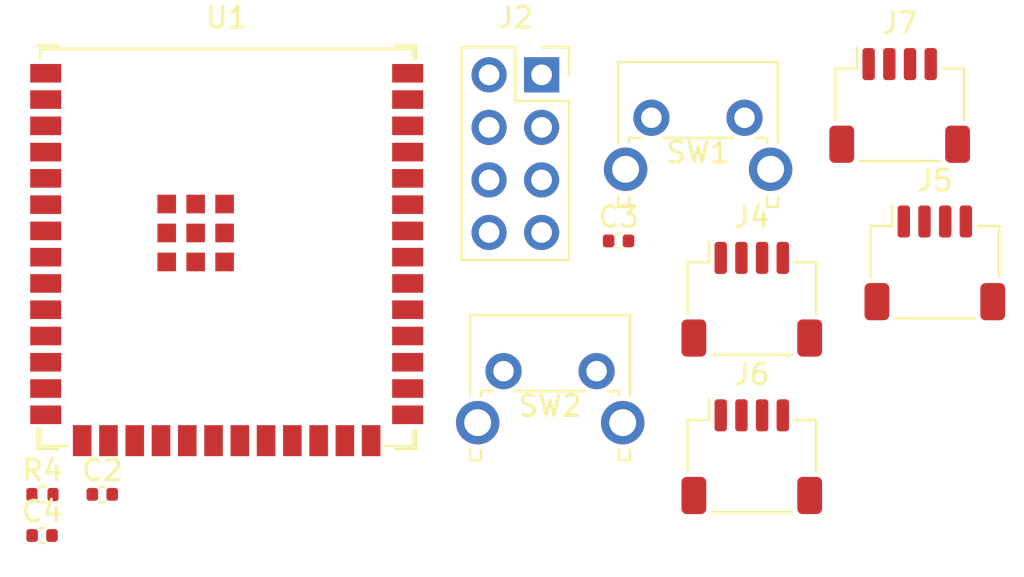
<source format=kicad_pcb>
(kicad_pcb (version 20211014) (generator pcbnew)
  (layers (0 "F.Cu" signal) (31 "B.Cu" signal) (34 "B.Paste" user) (35 "F.Paste" user) (36 "B.SilkS" user "B.Silkscreen") (37 "F.SilkS" user "F.Silkscreen") (38 "B.Mask" user) (39 "F.Mask" user) (44 "Edge.Cuts" user))
  (net 0 "")
  (net 3 "+3.3V")
  (net 4 "GND")
  (net 5 "EN")
  (net 14 "USB-D+")
  (net 15 "USB-D-")
  (net 19 "SWDIO")
  (net 20 "SWDCLK")
  (net 21 "SWO")
  (net 22 "SWI")
  (net 43 "SCL")
  (net 44 "SDA")
  (net 52 "GPIO0")
  (footprint "Connector_JST:JST_SH_SM04B-SRSS-TB_1x04-1MP_P1.00mm_Horizontal" (layer "F.Cu") (at 175.15 109.51)
    (fp_text reference "J5" (at 0 -3.98) (layer "F.SilkS"))
    (fp_text value "RGB PANEL")
    (fp_line (start -2.06 -1.785) (end -2.06 -2.775) (layer "F.SilkS") (width 0.12))
    (fp_line (start -3.11 0.715) (end -3.11 -1.785) (layer "F.SilkS") (width 0.12))
    (fp_line (start 3.11 0.715) (end 3.11 -1.785) (layer "F.SilkS") (width 0.12))
    (fp_line (start -1.94 2.685) (end 1.94 2.685) (layer "F.SilkS") (width 0.12))
    (fp_line (start 3.11 -1.785) (end 2.06 -1.785) (layer "F.SilkS") (width 0.12))
    (fp_line (start -3.11 -1.785) (end -2.06 -1.785) (layer "F.SilkS") (width 0.12))
    (pad "1" smd roundrect (at -1.5 -2) (size 0.6 1.55) (layers "F.Cu" "F.Paste" "F.Mask"))
    (pad "2" smd roundrect (at -0.5 -2) (size 0.6 1.55) (layers "F.Cu" "F.Paste" "F.Mask"))
    (pad "3" smd roundrect (at 0.5 -2) (size 0.6 1.55) (layers "F.Cu" "F.Paste" "F.Mask"))
    (pad "4" smd roundrect (at 1.5 -2) (size 0.6 1.55) (layers "F.Cu" "F.Paste" "F.Mask"))
    (pad "MP" smd roundrect (at -2.8 1.875) (size 1.2 1.8) (layers "F.Cu" "F.Paste" "F.Mask") (roundrect_rratio 0.208333) (net 4 "GND"))
    (pad "MP" smd roundrect (at 2.8 1.875) (size 1.2 1.8) (layers "F.Cu" "F.Paste" "F.Mask") (roundrect_rratio 0.208333) (net 4 "GND"))
  )
  (footprint "Resistor_SMD:R_0402_1005Metric" (layer "F.Cu") (at 132.01 120.71)
    (fp_text reference "R4" (at 0 -1.17) (layer "F.SilkS"))
    (fp_text value "100K")
    (fp_line (start -0.153641 -0.38) (end 0.153641 -0.38) (layer "F.SilkS") (width 0.12))
    (fp_line (start -0.153641 0.38) (end 0.153641 0.38) (layer "F.SilkS") (width 0.12))
    (pad "1" smd roundrect (at -0.51 0) (size 0.54 0.64) (layers "F.Cu" "F.Paste" "F.Mask") (net 5 "EN"))
    (pad "2" smd roundrect (at 0.51 0) (size 0.54 0.64) (layers "F.Cu" "F.Paste" "F.Mask") (net 3 "+3.3V"))
  )
  (footprint "Espressif:ESP32-S3-WROOM-1U" (layer "F.Cu") (at 140.915 108.605)
    (fp_text reference "U1" (at 0 -10.95) (layer "F.SilkS"))
    (fp_text value "ESP32-S3-WROOM-1")
    (fp_line (start -9.15 9.9) (end -8.15 9.9) (layer "F.SilkS") (width 0.12))
    (fp_line (start 9 9) (end 9 9.75) (layer "F.SilkS") (width 0.12))
    (fp_line (start 9.15 9.9) (end 8.15 9.9) (layer "F.SilkS") (width 0.12))
    (fp_line (start -9.15 9.9) (end -9.15 8.9) (layer "F.SilkS") (width 0.12))
    (fp_line (start 9.15 -8.95) (end 9.15 -9.6) (layer "F.SilkS") (width 0.12))
    (fp_line (start 9.15 9) (end 9.15 9.9) (layer "F.SilkS") (width 0.12))
    (fp_line (start 9 9.75) (end 7.65 9.75) (layer "F.SilkS") (width 0.12))
    (fp_line (start 9.15 -9.6) (end 8.15 -9.6) (layer "F.SilkS") (width 0.12))
    (fp_line (start -9 -9.45) (end -9 -8.95) (layer "F.SilkS") (width 0.12))
    (fp_line (start -9 9.75) (end -7.7 9.75) (layer "F.SilkS") (width 0.12))
    (fp_line (start -9.2 -9.6) (end -8.1 -9.6) (layer "F.SilkS") (width 0.12))
    (fp_line (start 9 -9.45) (end -9 -9.45) (layer "F.SilkS") (width 0.12))
    (fp_line (start -9 8.9) (end -9 9.75) (layer "F.SilkS") (width 0.12))
    (fp_line (start 9 -9.45) (end 9 -8.95) (layer "F.SilkS") (width 0.12))
    (pad "1" smd rect (at -8.75 -8.26) (size 1.5 0.9) (layers "F.Cu" "F.Paste" "F.Mask") (net 4 "GND"))
    (pad "2" smd rect (at -8.75 -6.99) (size 1.5 0.9) (layers "F.Cu" "F.Paste" "F.Mask") (net 3 "+3.3V"))
    (pad "3" smd rect (at -8.75 -5.72) (size 1.5 0.9) (layers "F.Cu" "F.Paste" "F.Mask") (net 5 "EN"))
    (pad "4" smd rect (at -8.75 -4.45) (size 1.5 0.9) (layers "F.Cu" "F.Paste" "F.Mask"))
    (pad "5" smd rect (at -8.75 -3.18) (size 1.5 0.9) (layers "F.Cu" "F.Paste" "F.Mask"))
    (pad "6" smd rect (at -8.75 -1.91) (size 1.5 0.9) (layers "F.Cu" "F.Paste" "F.Mask"))
    (pad "7" smd rect (at -8.75 -0.64) (size 1.5 0.9) (layers "F.Cu" "F.Paste" "F.Mask"))
    (pad "8" smd rect (at -8.75 0.63) (size 1.5 0.9) (layers "F.Cu" "F.Paste" "F.Mask"))
    (pad "9" smd rect (at -8.75 1.9) (size 1.5 0.9) (layers "F.Cu" "F.Paste" "F.Mask"))
    (pad "10" smd rect (at -8.75 3.17) (size 1.5 0.9) (layers "F.Cu" "F.Paste" "F.Mask"))
    (pad "11" smd rect (at -8.75 4.44) (size 1.5 0.9) (layers "F.Cu" "F.Paste" "F.Mask"))
    (pad "12" smd rect (at -8.75 5.71) (size 1.5 0.9) (layers "F.Cu" "F.Paste" "F.Mask") (net 44 "SDA"))
    (pad "13" smd rect (at -8.75 6.98) (size 1.5 0.9) (layers "F.Cu" "F.Paste" "F.Mask") (net 15 "USB-D-"))
    (pad "14" smd rect (at -8.75 8.25) (size 1.5 0.9) (layers "F.Cu" "F.Paste" "F.Mask") (net 14 "USB-D+"))
    (pad "15" smd rect (at -6.985 9.5 90) (size 1.5 0.9) (layers "F.Cu" "F.Paste" "F.Mask"))
    (pad "16" smd rect (at -5.715 9.5 90) (size 1.5 0.9) (layers "F.Cu" "F.Paste" "F.Mask"))
    (pad "17" smd rect (at -4.445 9.5 90) (size 1.5 0.9) (layers "F.Cu" "F.Paste" "F.Mask") (net 43 "SCL"))
    (pad "18" smd rect (at -3.175 9.5 90) (size 1.5 0.9) (layers "F.Cu" "F.Paste" "F.Mask"))
    (pad "19" smd rect (at -1.905 9.5 90) (size 1.5 0.9) (layers "F.Cu" "F.Paste" "F.Mask"))
    (pad "20" smd rect (at -0.635 9.5 90) (size 1.5 0.9) (layers "F.Cu" "F.Paste" "F.Mask"))
    (pad "21" smd rect (at 0.635 9.5 90) (size 1.5 0.9) (layers "F.Cu" "F.Paste" "F.Mask"))
    (pad "22" smd rect (at 1.905 9.5 90) (size 1.5 0.9) (layers "F.Cu" "F.Paste" "F.Mask"))
    (pad "23" smd rect (at 3.175 9.5 90) (size 1.5 0.9) (layers "F.Cu" "F.Paste" "F.Mask"))
    (pad "24" smd rect (at 4.445 9.5 90) (size 1.5 0.9) (layers "F.Cu" "F.Paste" "F.Mask"))
    (pad "25" smd rect (at 5.715 9.5 90) (size 1.5 0.9) (layers "F.Cu" "F.Paste" "F.Mask"))
    (pad "26" smd rect (at 6.985 9.5 90) (size 1.5 0.9) (layers "F.Cu" "F.Paste" "F.Mask"))
    (pad "27" smd rect (at 8.75 8.25 180) (size 1.5 0.9) (layers "F.Cu" "F.Paste" "F.Mask") (net 52 "GPIO0"))
    (pad "28" smd rect (at 8.75 6.98 180) (size 1.5 0.9) (layers "F.Cu" "F.Paste" "F.Mask"))
    (pad "29" smd rect (at 8.75 5.71 180) (size 1.5 0.9) (layers "F.Cu" "F.Paste" "F.Mask"))
    (pad "30" smd rect (at 8.75 4.44 180) (size 1.5 0.9) (layers "F.Cu" "F.Paste" "F.Mask"))
    (pad "31" smd rect (at 8.75 3.17 180) (size 1.5 0.9) (layers "F.Cu" "F.Paste" "F.Mask"))
    (pad "32" smd rect (at 8.75 1.9 180) (size 1.5 0.9) (layers "F.Cu" "F.Paste" "F.Mask") (net 20 "SWDCLK"))
    (pad "33" smd rect (at 8.75 0.63 180) (size 1.5 0.9) (layers "F.Cu" "F.Paste" "F.Mask") (net 21 "SWO"))
    (pad "34" smd rect (at 8.75 -0.64 180) (size 1.5 0.9) (layers "F.Cu" "F.Paste" "F.Mask") (net 22 "SWI"))
    (pad "35" smd rect (at 8.75 -1.91 180) (size 1.5 0.9) (layers "F.Cu" "F.Paste" "F.Mask") (net 19 "SWDIO"))
    (pad "36" smd rect (at 8.75 -3.18 180) (size 1.5 0.9) (layers "F.Cu" "F.Paste" "F.Mask"))
    (pad "37" smd rect (at 8.75 -4.45 180) (size 1.5 0.9) (layers "F.Cu" "F.Paste" "F.Mask"))
    (pad "38" smd rect (at 8.75 -5.72 180) (size 1.5 0.9) (layers "F.Cu" "F.Paste" "F.Mask"))
    (pad "39" smd rect (at 8.75 -6.99 180) (size 1.5 0.9) (layers "F.Cu" "F.Paste" "F.Mask"))
    (pad "40" smd rect (at 8.75 -8.26 180) (size 1.5 0.9) (layers "F.Cu" "F.Paste" "F.Mask") (net 4 "GND"))
    (pad "41" smd rect (at -1.5 0.86 180) (size 0.9 0.9) (layers "F.Cu" "F.Paste" "F.Mask") (net 4 "GND"))
    (pad "41" smd rect (at -0.1 -0.54 180) (size 0.9 0.9) (layers "F.Cu" "F.Paste" "F.Mask") (net 4 "GND"))
    (pad "41" smd rect (at -2.9 0.86 180) (size 0.9 0.9) (layers "F.Cu" "F.Paste" "F.Mask") (net 4 "GND"))
    (pad "41" smd rect (at -2.9 -0.54 180) (size 0.9 0.9) (layers "F.Cu" "F.Paste" "F.Mask") (net 4 "GND"))
    (pad "41" smd rect (at -0.1 0.86 180) (size 0.9 0.9) (layers "F.Cu" "F.Paste" "F.Mask") (net 4 "GND"))
    (pad "41" smd rect (at -0.1 -1.94 180) (size 0.9 0.9) (layers "F.Cu" "F.Paste" "F.Mask") (net 4 "GND"))
    (pad "41" smd rect (at -1.5 -1.94 180) (size 0.9 0.9) (layers "F.Cu" "F.Paste" "F.Mask") (net 4 "GND"))
    (pad "41" smd rect (at -1.5 -0.54 180) (size 0.9 0.9) (layers "F.Cu" "F.Paste" "F.Mask") (net 4 "GND"))
    (pad "41" smd rect (at -2.9 -1.94 180) (size 0.9 0.9) (layers "F.Cu" "F.Paste" "F.Mask") (net 4 "GND"))
  )
  (footprint "Connector_PinSocket_2.54mm:PinSocket_2x04_P2.54mm_Vertical" (layer "F.Cu") (at 156.14 100.42)
    (fp_text reference "J2" (at -1.27 -2.77) (layer "F.SilkS"))
    (fp_text value "JTAG")
    (fp_line (start -3.87 -1.33) (end -3.87 8.95) (layer "F.SilkS") (width 0.12))
    (fp_line (start -1.27 -1.33) (end -1.27 1.27) (layer "F.SilkS") (width 0.12))
    (fp_line (start -3.87 8.95) (end 1.33 8.95) (layer "F.SilkS") (width 0.12))
    (fp_line (start -1.27 1.27) (end 1.33 1.27) (layer "F.SilkS") (width 0.12))
    (fp_line (start 1.33 -1.33) (end 1.33 0) (layer "F.SilkS") (width 0.12))
    (fp_line (start 1.33 1.27) (end 1.33 8.95) (layer "F.SilkS") (width 0.12))
    (fp_line (start 0 -1.33) (end 1.33 -1.33) (layer "F.SilkS") (width 0.12))
    (fp_line (start -3.87 -1.33) (end -1.27 -1.33) (layer "F.SilkS") (width 0.12))
    (pad "1" thru_hole rect (at 0 0) (size 1.7 1.7) (drill 1) (layers *.Cu *.Mask) (net 19 "SWDIO"))
    (pad "2" thru_hole oval (at -2.54 0) (size 1.7 1.7) (drill 1) (layers *.Cu *.Mask) (net 3 "+3.3V"))
    (pad "3" thru_hole oval (at 0 2.54) (size 1.7 1.7) (drill 1) (layers *.Cu *.Mask) (net 20 "SWDCLK"))
    (pad "4" thru_hole oval (at -2.54 2.54) (size 1.7 1.7) (drill 1) (layers *.Cu *.Mask) (net 5 "EN"))
    (pad "5" thru_hole oval (at 0 5.08) (size 1.7 1.7) (drill 1) (layers *.Cu *.Mask) (net 21 "SWO"))
    (pad "6" thru_hole oval (at -2.54 5.08) (size 1.7 1.7) (drill 1) (layers *.Cu *.Mask) (net 4 "GND"))
    (pad "7" thru_hole oval (at 0 7.62) (size 1.7 1.7) (drill 1) (layers *.Cu *.Mask) (net 22 "SWI"))
    (pad "8" thru_hole oval (at -2.54 7.62) (size 1.7 1.7) (drill 1) (layers *.Cu *.Mask) (net 4 "GND"))
  )
  (footprint "Connector_JST:JST_SH_SM04B-SRSS-TB_1x04-1MP_P1.00mm_Horizontal" (layer "F.Cu") (at 166.3 111.27)
    (fp_text reference "J4" (at 0 -3.98) (layer "F.SilkS"))
    (fp_text value "RGB PANEL")
    (fp_line (start -2.06 -1.785) (end -2.06 -2.775) (layer "F.SilkS") (width 0.12))
    (fp_line (start -1.94 2.685) (end 1.94 2.685) (layer "F.SilkS") (width 0.12))
    (fp_line (start 3.11 0.715) (end 3.11 -1.785) (layer "F.SilkS") (width 0.12))
    (fp_line (start -3.11 0.715) (end -3.11 -1.785) (layer "F.SilkS") (width 0.12))
    (fp_line (start 3.11 -1.785) (end 2.06 -1.785) (layer "F.SilkS") (width 0.12))
    (fp_line (start -3.11 -1.785) (end -2.06 -1.785) (layer "F.SilkS") (width 0.12))
    (pad "1" smd roundrect (at -1.5 -2) (size 0.6 1.55) (layers "F.Cu" "F.Paste" "F.Mask"))
    (pad "2" smd roundrect (at -0.5 -2) (size 0.6 1.55) (layers "F.Cu" "F.Paste" "F.Mask"))
    (pad "3" smd roundrect (at 0.5 -2) (size 0.6 1.55) (layers "F.Cu" "F.Paste" "F.Mask"))
    (pad "4" smd roundrect (at 1.5 -2) (size 0.6 1.55) (layers "F.Cu" "F.Paste" "F.Mask"))
    (pad "MP" smd roundrect (at 2.8 1.875) (size 1.2 1.8) (layers "F.Cu" "F.Paste" "F.Mask") (roundrect_rratio 0.208333) (net 4 "GND"))
    (pad "MP" smd roundrect (at -2.8 1.875) (size 1.2 1.8) (layers "F.Cu" "F.Paste" "F.Mask") (roundrect_rratio 0.208333) (net 4 "GND"))
  )
  (footprint "Button_Switch_THT:SW_Tactile_SPST_Angled_PTS645Vx39-2LFS" (layer "F.Cu") (at 161.45 102.495)
    (fp_text reference "SW1" (at 2.25 1.68) (layer "F.SilkS"))
    (fp_text value "RESET")
    (fp_line (start 5.59 0.97) (end 5.59 1.2) (layer "F.SilkS") (width 0.12))
    (fp_line (start -1.61 4.31) (end -1.09 4.31) (layer "F.SilkS") (width 0.12))
    (fp_line (start 6.11 -2.7) (end 6.11 1.2) (layer "F.SilkS") (width 0.12))
    (fp_line (start 5.59 3.8) (end 5.59 4.31) (layer "F.SilkS") (width 0.12))
    (fp_line (start -1.61 -2.7) (end 6.11 -2.7) (layer "F.SilkS") (width 0.12))
    (fp_line (start 5.59 4.31) (end 6.11 4.31) (layer "F.SilkS") (width 0.12))
    (fp_line (start -1.61 3.8) (end -1.61 4.31) (layer "F.SilkS") (width 0.12))
    (fp_line (start -1.09 0.97) (end -0.55 0.97) (layer "F.SilkS") (width 0.12))
    (fp_line (start 0.55 0.97) (end 3.95 0.97) (layer "F.SilkS") (width 0.12))
    (fp_line (start 5.05 0.97) (end 5.59 0.97) (layer "F.SilkS") (width 0.12))
    (fp_line (start -1.09 0.97) (end -1.09 1.2) (layer "F.SilkS") (width 0.12))
    (fp_line (start -1.61 -2.7) (end -1.61 1.2) (layer "F.SilkS") (width 0.12))
    (fp_line (start -1.09 3.8) (end -1.09 4.31) (layer "F.SilkS") (width 0.12))
    (fp_line (start 6.11 3.8) (end 6.11 4.31) (layer "F.SilkS") (width 0.12))
    (pad "" thru_hole circle (at -1.25 2.49) (size 2.1 2.1) (drill 1.3) (layers *.Cu *.Mask))
    (pad "" thru_hole circle (at 5.76 2.49) (size 2.1 2.1) (drill 1.3) (layers *.Cu *.Mask))
    (pad "1" thru_hole circle (at 0 0) (size 1.75 1.75) (drill 0.99) (layers *.Cu *.Mask) (net 4 "GND"))
    (pad "2" thru_hole circle (at 4.5 0) (size 1.75 1.75) (drill 0.99) (layers *.Cu *.Mask) (net 5 "EN"))
  )
  (footprint "Capacitor_SMD:C_0402_1005Metric" (layer "F.Cu") (at 159.86 108.45)
    (fp_text reference "C3" (at 0 -1.16) (layer "F.SilkS"))
    (fp_text value "0.1uF")
    (fp_line (start -0.107836 0.36) (end 0.107836 0.36) (layer "F.SilkS") (width 0.12))
    (fp_line (start -0.107836 -0.36) (end 0.107836 -0.36) (layer "F.SilkS") (width 0.12))
    (pad "1" smd roundrect (at -0.48 0) (size 0.56 0.62) (layers "F.Cu" "F.Paste" "F.Mask") (net 3 "+3.3V"))
    (pad "2" smd roundrect (at 0.48 0) (size 0.56 0.62) (layers "F.Cu" "F.Paste" "F.Mask") (net 4 "GND"))
  )
  (footprint "Connector_JST:JST_SH_SM04B-SRSS-TB_1x04-1MP_P1.00mm_Horizontal" (layer "F.Cu") (at 166.3 118.88)
    (fp_text reference "J6" (at 0 -3.98) (layer "F.SilkS"))
    (fp_text value "RGB PANEL")
    (fp_line (start -3.11 -1.785) (end -2.06 -1.785) (layer "F.SilkS") (width 0.12))
    (fp_line (start -2.06 -1.785) (end -2.06 -2.775) (layer "F.SilkS") (width 0.12))
    (fp_line (start -1.94 2.685) (end 1.94 2.685) (layer "F.SilkS") (width 0.12))
    (fp_line (start 3.11 -1.785) (end 2.06 -1.785) (layer "F.SilkS") (width 0.12))
    (fp_line (start 3.11 0.715) (end 3.11 -1.785) (layer "F.SilkS") (width 0.12))
    (fp_line (start -3.11 0.715) (end -3.11 -1.785) (layer "F.SilkS") (width 0.12))
    (pad "1" smd roundrect (at -1.5 -2) (size 0.6 1.55) (layers "F.Cu" "F.Paste" "F.Mask"))
    (pad "2" smd roundrect (at -0.5 -2) (size 0.6 1.55) (layers "F.Cu" "F.Paste" "F.Mask"))
    (pad "3" smd roundrect (at 0.5 -2) (size 0.6 1.55) (layers "F.Cu" "F.Paste" "F.Mask"))
    (pad "4" smd roundrect (at 1.5 -2) (size 0.6 1.55) (layers "F.Cu" "F.Paste" "F.Mask"))
    (pad "MP" smd roundrect (at 2.8 1.875) (size 1.2 1.8) (layers "F.Cu" "F.Paste" "F.Mask") (roundrect_rratio 0.208333) (net 4 "GND"))
    (pad "MP" smd roundrect (at -2.8 1.875) (size 1.2 1.8) (layers "F.Cu" "F.Paste" "F.Mask") (roundrect_rratio 0.208333) (net 4 "GND"))
  )
  (footprint "Capacitor_SMD:C_0402_1005Metric" (layer "F.Cu") (at 134.9 120.7)
    (fp_text reference "C2" (at 0 -1.16) (layer "F.SilkS"))
    (fp_text value "22uF")
    (fp_line (start -0.107836 0.36) (end 0.107836 0.36) (layer "F.SilkS") (width 0.12))
    (fp_line (start -0.107836 -0.36) (end 0.107836 -0.36) (layer "F.SilkS") (width 0.12))
    (pad "1" smd roundrect (at -0.48 0) (size 0.56 0.62) (layers "F.Cu" "F.Paste" "F.Mask") (net 3 "+3.3V"))
    (pad "2" smd roundrect (at 0.48 0) (size 0.56 0.62) (layers "F.Cu" "F.Paste" "F.Mask") (net 4 "GND"))
  )
  (footprint "Connector_JST:JST_SH_SM04B-SRSS-TB_1x04-1MP_P1.00mm_Horizontal" (layer "F.Cu") (at 173.45 101.9)
    (fp_text reference "J7" (at 0 -3.98) (layer "F.SilkS"))
    (fp_text value "RGB PANEL")
    (fp_line (start -1.94 2.685) (end 1.94 2.685) (layer "F.SilkS") (width 0.12))
    (fp_line (start 3.11 0.715) (end 3.11 -1.785) (layer "F.SilkS") (width 0.12))
    (fp_line (start 3.11 -1.785) (end 2.06 -1.785) (layer "F.SilkS") (width 0.12))
    (fp_line (start -2.06 -1.785) (end -2.06 -2.775) (layer "F.SilkS") (width 0.12))
    (fp_line (start -3.11 0.715) (end -3.11 -1.785) (layer "F.SilkS") (width 0.12))
    (fp_line (start -3.11 -1.785) (end -2.06 -1.785) (layer "F.SilkS") (width 0.12))
    (pad "1" smd roundrect (at -1.5 -2) (size 0.6 1.55) (layers "F.Cu" "F.Paste" "F.Mask"))
    (pad "2" smd roundrect (at -0.5 -2) (size 0.6 1.55) (layers "F.Cu" "F.Paste" "F.Mask"))
    (pad "3" smd roundrect (at 0.5 -2) (size 0.6 1.55) (layers "F.Cu" "F.Paste" "F.Mask"))
    (pad "4" smd roundrect (at 1.5 -2) (size 0.6 1.55) (layers "F.Cu" "F.Paste" "F.Mask"))
    (pad "MP" smd roundrect (at 2.8 1.875) (size 1.2 1.8) (layers "F.Cu" "F.Paste" "F.Mask") (roundrect_rratio 0.208333) (net 4 "GND"))
    (pad "MP" smd roundrect (at -2.8 1.875) (size 1.2 1.8) (layers "F.Cu" "F.Paste" "F.Mask") (roundrect_rratio 0.208333) (net 4 "GND"))
  )
  (footprint "Button_Switch_THT:SW_Tactile_SPST_Angled_PTS645Vx39-2LFS" (layer "F.Cu") (at 154.3 114.745)
    (fp_text reference "SW2" (at 2.25 1.68) (layer "F.SilkS"))
    (fp_text value "BOOT")
    (fp_line (start 5.59 3.8) (end 5.59 4.31) (layer "F.SilkS") (width 0.12))
    (fp_line (start 5.59 0.97) (end 5.59 1.2) (layer "F.SilkS") (width 0.12))
    (fp_line (start -1.09 0.97) (end -0.55 0.97) (layer "F.SilkS") (width 0.12))
    (fp_line (start -1.61 -2.7) (end 6.11 -2.7) (layer "F.SilkS") (width 0.12))
    (fp_line (start 0.55 0.97) (end 3.95 0.97) (layer "F.SilkS") (width 0.12))
    (fp_line (start 6.11 -2.7) (end 6.11 1.2) (layer "F.SilkS") (width 0.12))
    (fp_line (start -1.61 -2.7) (end -1.61 1.2) (layer "F.SilkS") (width 0.12))
    (fp_line (start -1.09 0.97) (end -1.09 1.2) (layer "F.SilkS") (width 0.12))
    (fp_line (start -1.61 4.31) (end -1.09 4.31) (layer "F.SilkS") (width 0.12))
    (fp_line (start 5.59 4.31) (end 6.11 4.31) (layer "F.SilkS") (width 0.12))
    (fp_line (start -1.09 3.8) (end -1.09 4.31) (layer "F.SilkS") (width 0.12))
    (fp_line (start 6.11 3.8) (end 6.11 4.31) (layer "F.SilkS") (width 0.12))
    (fp_line (start -1.61 3.8) (end -1.61 4.31) (layer "F.SilkS") (width 0.12))
    (fp_line (start 5.05 0.97) (end 5.59 0.97) (layer "F.SilkS") (width 0.12))
    (pad "" thru_hole circle (at 5.76 2.49) (size 2.1 2.1) (drill 1.3) (layers *.Cu *.Mask))
    (pad "" thru_hole circle (at -1.25 2.49) (size 2.1 2.1) (drill 1.3) (layers *.Cu *.Mask))
    (pad "1" thru_hole circle (at 0 0) (size 1.75 1.75) (drill 0.99) (layers *.Cu *.Mask) (net 4 "GND"))
    (pad "2" thru_hole circle (at 4.5 0) (size 1.75 1.75) (drill 0.99) (layers *.Cu *.Mask) (net 52 "GPIO0"))
  )
  (footprint "Capacitor_SMD:C_0402_1005Metric" (layer "F.Cu") (at 131.99 122.69)
    (fp_text reference "C4" (at 0 -1.16) (layer "F.SilkS"))
    (fp_text value "1uF")
    (fp_line (start -0.107836 0.36) (end 0.107836 0.36) (layer "F.SilkS") (width 0.12))
    (fp_line (start -0.107836 -0.36) (end 0.107836 -0.36) (layer "F.SilkS") (width 0.12))
    (pad "1" smd roundrect (at -0.48 0) (size 0.56 0.62) (layers "F.Cu" "F.Paste" "F.Mask") (net 5 "EN"))
    (pad "2" smd roundrect (at 0.48 0) (size 0.56 0.62) (layers "F.Cu" "F.Paste" "F.Mask") (net 4 "GND"))
  )
)
</source>
